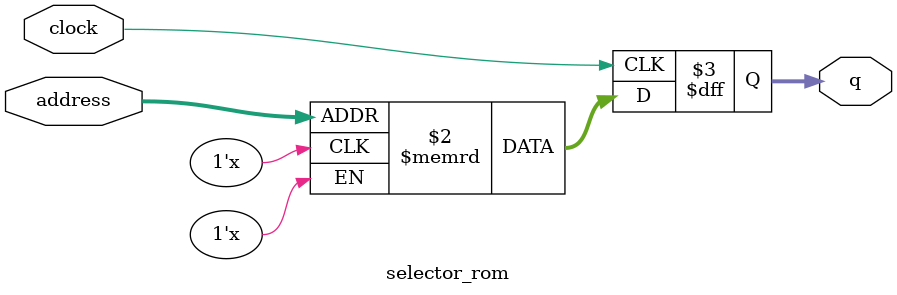
<source format=sv>
module selector_rom (
	input logic clock,
	input logic [7:0] address,
	output logic [3:0] q
);

logic [3:0] memory [0:255] /* synthesis ram_init_file = "./selector/selector.mif" */;

always_ff @ (posedge clock) begin
	q <= memory[address];
end

endmodule

</source>
